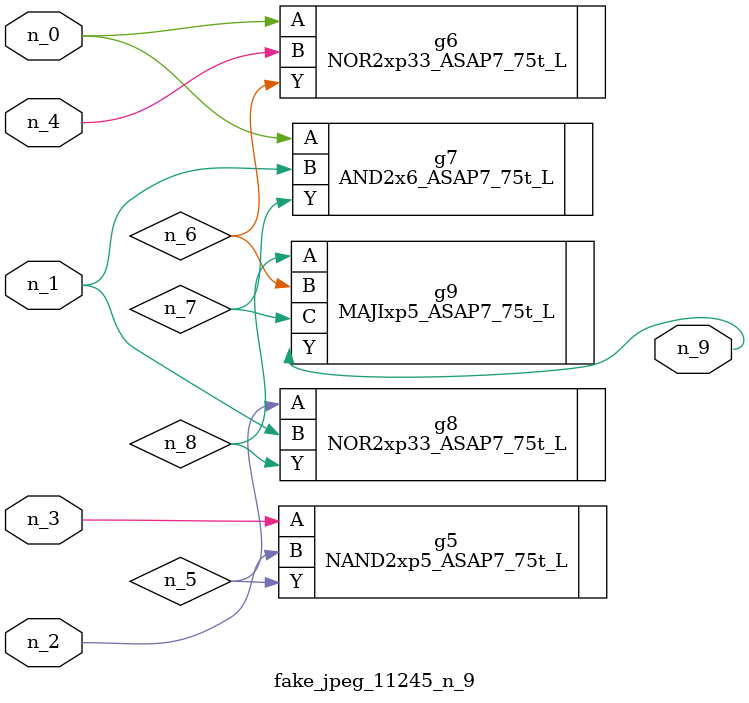
<source format=v>
module fake_jpeg_11245_n_9 (n_3, n_2, n_1, n_0, n_4, n_9);

input n_3;
input n_2;
input n_1;
input n_0;
input n_4;

output n_9;

wire n_8;
wire n_6;
wire n_5;
wire n_7;

NAND2xp5_ASAP7_75t_L g5 ( 
.A(n_3),
.B(n_2),
.Y(n_5)
);

NOR2xp33_ASAP7_75t_L g6 ( 
.A(n_0),
.B(n_4),
.Y(n_6)
);

AND2x6_ASAP7_75t_L g7 ( 
.A(n_0),
.B(n_1),
.Y(n_7)
);

NOR2xp33_ASAP7_75t_L g8 ( 
.A(n_5),
.B(n_1),
.Y(n_8)
);

MAJIxp5_ASAP7_75t_L g9 ( 
.A(n_8),
.B(n_6),
.C(n_7),
.Y(n_9)
);


endmodule
</source>
